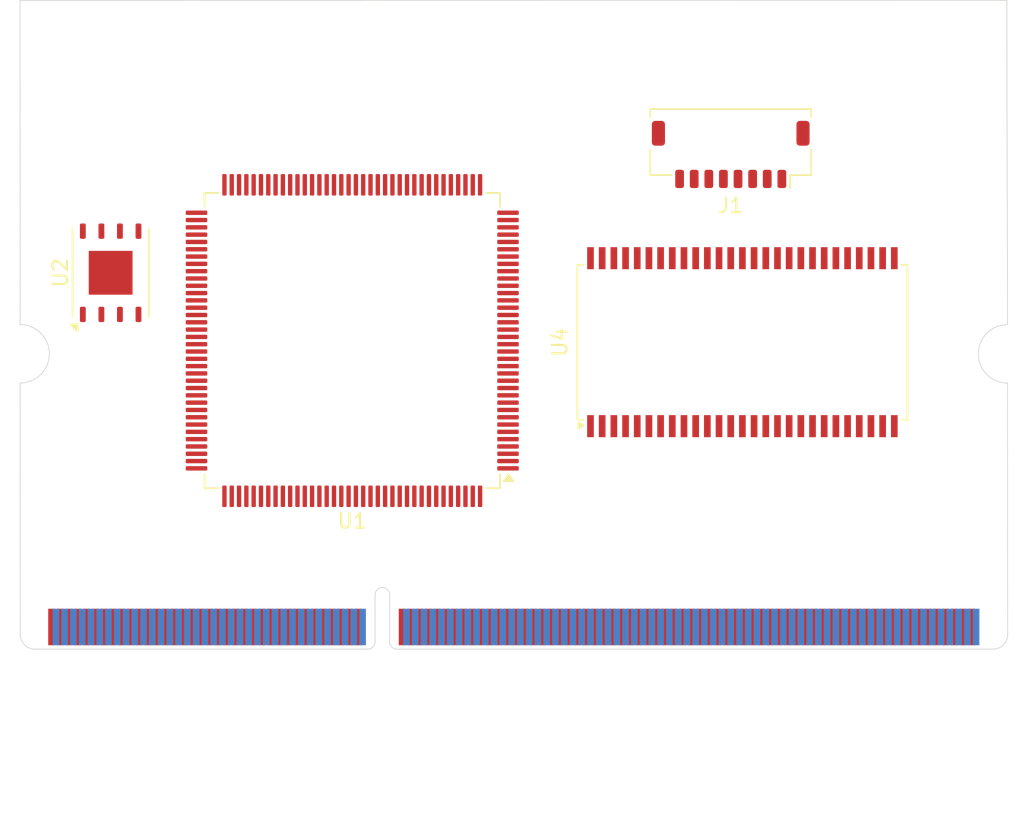
<source format=kicad_pcb>
(kicad_pcb (version 20240108) (generator "pcbnew") (generator_version "8.0")
  (layers (0 "F.Cu" signal) (31 "B.Cu" signal) (34 "B.Paste" user) (35 "F.Paste" user) (36 "B.SilkS" user "B.Silkscreen") (37 "F.SilkS" user "F.Silkscreen") (38 "B.Mask" user) (39 "F.Mask" user) (44 "Edge.Cuts" user))
  (net 0 "")
  (net 41 "/Spartan 6/DQ0")
  (net 105 "/Spartan 6/DQ1")
  (net 130 "/Spartan 6/A9")
  (net 131 "/Spartan 6/A6")
  (net 132 "Net-(U4-VDDQ-Pad3)")
  (net 133 "/Spartan 6/A1")
  (net 134 "/Spartan 6/A11")
  (net 135 "Net-(U4-VDD-Pad1)")
  (net 136 "/Spartan 6/DQ2")
  (net 137 "/Spartan 6/DQ4")
  (net 138 "/Spartan 6/A2")
  (net 139 "/Spartan 6/A7")
  (net 140 "/Spartan 6/DQ5")
  (net 141 "/Spartan 6/DQ6")
  (net 142 "/Spartan 6/DQ14")
  (net 143 "/Spartan 6/DQ11")
  (net 144 "/Spartan 6/~{CS}")
  (net 145 "Net-(U4-VSSQ-Pad12)")
  (net 147 "Net-(U4-VSS-Pad28)")
  (net 148 "/Spartan 6/DQ3")
  (net 149 "/Spartan 6/DQ15")
  (net 150 "/Spartan 6/A10")
  (net 151 "/Spartan 6/BS1")
  (net 152 "/Spartan 6/~{RAS}")
  (net 153 "/Spartan 6/DQ7")
  (net 154 "/Spartan 6/A0")
  (net 155 "/Spartan 6/DQ13")
  (net 156 "/Spartan 6/CKE")
  (net 157 "/Spartan 6/DQMU")
  (net 158 "/Spartan 6/A3")
  (net 159 "/Spartan 6/DQML")
  (net 161 "/Spartan 6/DQ8")
  (net 162 "/Spartan 6/~{CAS}")
  (net 163 "/Spartan 6/~{WE}")
  (net 164 "/Spartan 6/A8")
  (net 165 "/Spartan 6/CLK")
  (net 166 "/Spartan 6/A4")
  (net 167 "/Spartan 6/DQ10")
  (net 168 "/Spartan 6/A5")
  (net 169 "/Spartan 6/A12")
  (net 170 "/Spartan 6/BS0")
  (net 171 "/Spartan 6/DQ9")
  (net 172 "/Spartan 6/DQ12")
  (net 331 "GND")
  (net 332 "+5V")
  (footprint "Connector_JST:JST_SHL_SM08B-SHLS-TF_1x08-1MP_P1.00mm_Horizontal" (layer "F.Cu") (at 154.7 62.65 180)
    (property "Reference" "J1" (at 0 -3.5 180) (layer "F.SilkS"))
    (property "Value" "JST_SHL_SM08B")
    (fp_line (start 5.51 3.11) (end 5.51 2.56) (stroke (width 0.12)) (layer "F.SilkS"))
    (fp_line (start 5.51 0.34) (end 5.51 -1.41) (stroke (width 0.12)) (layer "F.SilkS"))
    (fp_line (start 5.51 -1.41) (end 4.06 -1.41) (stroke (width 0.12)) (layer "F.SilkS"))
    (fp_line (start -4.06 -1.41) (end -4.06 -2.3) (stroke (width 0.12)) (layer "F.SilkS"))
    (fp_line (start -5.51 3.11) (end 5.51 3.11) (stroke (width 0.12)) (layer "F.SilkS"))
    (fp_line (start -5.51 2.56) (end -5.51 3.11) (stroke (width 0.12)) (layer "F.SilkS"))
    (fp_line (start -5.51 0.34) (end -5.51 -1.41) (stroke (width 0.12)) (layer "F.SilkS"))
    (fp_line (start -5.51 -1.41) (end -4.06 -1.41) (stroke (width 0.12)) (layer "F.SilkS"))
    (pad "1" smd roundrect (at -3.5 -1.675 180) (size 0.6 1.25) (layers "F.Cu" "F.Paste" "F.Mask"))
    (pad "2" smd roundrect (at -2.5 -1.675 180) (size 0.6 1.25) (layers "F.Cu" "F.Paste" "F.Mask"))
    (pad "3" smd roundrect (at -1.5 -1.675 180) (size 0.6 1.25) (layers "F.Cu" "F.Paste" "F.Mask"))
    (pad "4" smd roundrect (at -0.5 -1.675 180) (size 0.6 1.25) (layers "F.Cu" "F.Paste" "F.Mask"))
    (pad "5" smd roundrect (at 0.5 -1.675 180) (size 0.6 1.25) (layers "F.Cu" "F.Paste" "F.Mask"))
    (pad "6" smd roundrect (at 1.5 -1.675 180) (size 0.6 1.25) (layers "F.Cu" "F.Paste" "F.Mask"))
    (pad "7" smd roundrect (at 2.5 -1.675 180) (size 0.6 1.25) (layers "F.Cu" "F.Paste" "F.Mask"))
    (pad "8" smd roundrect (at 3.5 -1.675 180) (size 0.6 1.25) (layers "F.Cu" "F.Paste" "F.Mask"))
    (pad "MP" smd roundrect (at -4.95 1.45 180) (size 0.9 1.7) (layers "F.Cu" "F.Paste" "F.Mask"))
    (pad "MP" smd roundrect (at 4.95 1.45 180) (size 0.9 1.7) (layers "F.Cu" "F.Paste" "F.Mask"))
  )
  (footprint "Package_QFP:LQFP-144_20x20mm_P0.5mm" (layer "F.Cu") (at 128.79 75.39 180)
    (property "Reference" "U1" (at 0 -12.35 180) (layer "F.SilkS"))
    (property "Value" "XC6SLX9-TQG144")
    (fp_line (start 10.11 10.11) (end 10.11 9.16) (stroke (width 0.12)) (layer "F.SilkS"))
    (fp_line (start 10.11 -10.11) (end 10.11 -9.16) (stroke (width 0.12)) (layer "F.SilkS"))
    (fp_line (start 9.16 10.11) (end 10.11 10.11) (stroke (width 0.12)) (layer "F.SilkS"))
    (fp_line (start 9.16 -10.11) (end 10.11 -10.11) (stroke (width 0.12)) (layer "F.SilkS"))
    (fp_line (start -9.16 10.11) (end -10.11 10.11) (stroke (width 0.12)) (layer "F.SilkS"))
    (fp_line (start -9.16 -10.11) (end -10.11 -10.11) (stroke (width 0.12)) (layer "F.SilkS"))
    (fp_line (start -10.11 10.11) (end -10.11 9.16) (stroke (width 0.12)) (layer "F.SilkS"))
    (fp_line (start -10.11 -10.11) (end -10.11 -9.16) (stroke (width 0.12)) (layer "F.SilkS"))
    (fp_poly (pts (xy -10.7 -9.16) (xy -11.04 -9.63) (xy -10.36 -9.63) (xy -10.7 -9.16)) (stroke (width 0.12)) (fill solid) (layer "F.SilkS"))
    (pad "1" smd roundrect (at -10.6625 -8.75 180) (size 1.475 0.3) (layers "F.Cu" "F.Paste" "F.Mask") (net 144 "/Spartan 6/~{CS}"))
    (pad "2" smd roundrect (at -10.6625 -8.25 180) (size 1.475 0.3) (layers "F.Cu" "F.Paste" "F.Mask") (net 152 "/Spartan 6/~{RAS}"))
    (pad "3" smd roundrect (at -10.6625 -7.75 180) (size 1.475 0.3) (layers "F.Cu" "F.Paste" "F.Mask"))
    (pad "4" smd roundrect (at -10.6625 -7.25 180) (size 1.475 0.3) (layers "F.Cu" "F.Paste" "F.Mask"))
    (pad "5" smd roundrect (at -10.6625 -6.75 180) (size 1.475 0.3) (layers "F.Cu" "F.Paste" "F.Mask") (net 162 "/Spartan 6/~{CAS}"))
    (pad "6" smd roundrect (at -10.6625 -6.25 180) (size 1.475 0.3) (layers "F.Cu" "F.Paste" "F.Mask") (net 163 "/Spartan 6/~{WE}"))
    (pad "7" smd roundrect (at -10.6625 -5.75 180) (size 1.475 0.3) (layers "F.Cu" "F.Paste" "F.Mask") (net 159 "/Spartan 6/DQML"))
    (pad "8" smd roundrect (at -10.6625 -5.25 180) (size 1.475 0.3) (layers "F.Cu" "F.Paste" "F.Mask") (net 153 "/Spartan 6/DQ7"))
    (pad "9" smd roundrect (at -10.6625 -4.75 180) (size 1.475 0.3) (layers "F.Cu" "F.Paste" "F.Mask") (net 41 "/Spartan 6/DQ0"))
    (pad "10" smd roundrect (at -10.6625 -4.25 180) (size 1.475 0.3) (layers "F.Cu" "F.Paste" "F.Mask") (net 105 "/Spartan 6/DQ1"))
    (pad "11" smd roundrect (at -10.6625 -3.75 180) (size 1.475 0.3) (layers "F.Cu" "F.Paste" "F.Mask") (net 136 "/Spartan 6/DQ2"))
    (pad "12" smd roundrect (at -10.6625 -3.25 180) (size 1.475 0.3) (layers "F.Cu" "F.Paste" "F.Mask") (net 148 "/Spartan 6/DQ3"))
    (pad "13" smd roundrect (at -10.6625 -2.75 180) (size 1.475 0.3) (layers "F.Cu" "F.Paste" "F.Mask"))
    (pad "14" smd roundrect (at -10.6625 -2.25 180) (size 1.475 0.3) (layers "F.Cu" "F.Paste" "F.Mask") (net 137 "/Spartan 6/DQ4"))
    (pad "15" smd roundrect (at -10.6625 -1.75 180) (size 1.475 0.3) (layers "F.Cu" "F.Paste" "F.Mask") (net 140 "/Spartan 6/DQ5"))
    (pad "16" smd roundrect (at -10.6625 -1.25 180) (size 1.475 0.3) (layers "F.Cu" "F.Paste" "F.Mask") (net 141 "/Spartan 6/DQ6"))
    (pad "17" smd roundrect (at -10.6625 -0.75 180) (size 1.475 0.3) (layers "F.Cu" "F.Paste" "F.Mask") (net 157 "/Spartan 6/DQMU"))
    (pad "18" smd roundrect (at -10.6625 -0.25 180) (size 1.475 0.3) (layers "F.Cu" "F.Paste" "F.Mask"))
    (pad "19" smd roundrect (at -10.6625 0.25 180) (size 1.475 0.3) (layers "F.Cu" "F.Paste" "F.Mask"))
    (pad "20" smd roundrect (at -10.6625 0.75 180) (size 1.475 0.3) (layers "F.Cu" "F.Paste" "F.Mask"))
    (pad "21" smd roundrect (at -10.6625 1.25 180) (size 1.475 0.3) (layers "F.Cu" "F.Paste" "F.Mask") (net 161 "/Spartan 6/DQ8"))
    (pad "22" smd roundrect (at -10.6625 1.75 180) (size 1.475 0.3) (layers "F.Cu" "F.Paste" "F.Mask") (net 171 "/Spartan 6/DQ9"))
    (pad "23" smd roundrect (at -10.6625 2.25 180) (size 1.475 0.3) (layers "F.Cu" "F.Paste" "F.Mask") (net 167 "/Spartan 6/DQ10"))
    (pad "24" smd roundrect (at -10.6625 2.75 180) (size 1.475 0.3) (layers "F.Cu" "F.Paste" "F.Mask") (net 143 "/Spartan 6/DQ11"))
    (pad "25" smd roundrect (at -10.6625 3.25 180) (size 1.475 0.3) (layers "F.Cu" "F.Paste" "F.Mask"))
    (pad "26" smd roundrect (at -10.6625 3.75 180) (size 1.475 0.3) (layers "F.Cu" "F.Paste" "F.Mask") (net 172 "/Spartan 6/DQ12"))
    (pad "27" smd roundrect (at -10.6625 4.25 180) (size 1.475 0.3) (layers "F.Cu" "F.Paste" "F.Mask") (net 155 "/Spartan 6/DQ13"))
    (pad "28" smd roundrect (at -10.6625 4.75 180) (size 1.475 0.3) (layers "F.Cu" "F.Paste" "F.Mask"))
    (pad "29" smd roundrect (at -10.6625 5.25 180) (size 1.475 0.3) (layers "F.Cu" "F.Paste" "F.Mask") (net 142 "/Spartan 6/DQ14"))
    (pad "30" smd roundrect (at -10.6625 5.75 180) (size 1.475 0.3) (layers "F.Cu" "F.Paste" "F.Mask") (net 149 "/Spartan 6/DQ15"))
    (pad "31" smd roundrect (at -10.6625 6.25 180) (size 1.475 0.3) (layers "F.Cu" "F.Paste" "F.Mask"))
    (pad "32" smd roundrect (at -10.6625 6.75 180) (size 1.475 0.3) (layers "F.Cu" "F.Paste" "F.Mask") (net 165 "/Spartan 6/CLK"))
    (pad "33" smd roundrect (at -10.6625 7.25 180) (size 1.475 0.3) (layers "F.Cu" "F.Paste" "F.Mask") (net 156 "/Spartan 6/CKE"))
    (pad "34" smd roundrect (at -10.6625 7.75 180) (size 1.475 0.3) (layers "F.Cu" "F.Paste" "F.Mask") (net 169 "/Spartan 6/A12"))
    (pad "35" smd roundrect (at -10.6625 8.25 180) (size 1.475 0.3) (layers "F.Cu" "F.Paste" "F.Mask") (net 134 "/Spartan 6/A11"))
    (pad "36" smd roundrect (at -10.6625 8.75 180) (size 1.475 0.3) (layers "F.Cu" "F.Paste" "F.Mask"))
    (pad "37" smd roundrect (at -8.75 10.6625 180) (size 0.3 1.475) (layers "F.Cu" "F.Paste" "F.Mask"))
    (pad "38" smd roundrect (at -8.25 10.6625 180) (size 0.3 1.475) (layers "F.Cu" "F.Paste" "F.Mask"))
    (pad "39" smd roundrect (at -7.75 10.6625 180) (size 0.3 1.475) (layers "F.Cu" "F.Paste" "F.Mask"))
    (pad "40" smd roundrect (at -7.25 10.6625 180) (size 0.3 1.475) (layers "F.Cu" "F.Paste" "F.Mask"))
    (pad "41" smd roundrect (at -6.75 10.6625 180) (size 0.3 1.475) (layers "F.Cu" "F.Paste" "F.Mask"))
    (pad "42" smd roundrect (at -6.25 10.6625 180) (size 0.3 1.475) (layers "F.Cu" "F.Paste" "F.Mask"))
    (pad "43" smd roundrect (at -5.75 10.6625 180) (size 0.3 1.475) (layers "F.Cu" "F.Paste" "F.Mask"))
    (pad "44" smd roundrect (at -5.25 10.6625 180) (size 0.3 1.475) (layers "F.Cu" "F.Paste" "F.Mask"))
    (pad "45" smd roundrect (at -4.75 10.6625 180) (size 0.3 1.475) (layers "F.Cu" "F.Paste" "F.Mask"))
    (pad "46" smd roundrect (at -4.25 10.6625 180) (size 0.3 1.475) (layers "F.Cu" "F.Paste" "F.Mask"))
    (pad "47" smd roundrect (at -3.75 10.6625 180) (size 0.3 1.475) (layers "F.Cu" "F.Paste" "F.Mask"))
    (pad "48" smd roundrect (at -3.25 10.6625 180) (size 0.3 1.475) (layers "F.Cu" "F.Paste" "F.Mask"))
    (pad "49" smd roundrect (at -2.75 10.6625 180) (size 0.3 1.475) (layers "F.Cu" "F.Paste" "F.Mask"))
    (pad "50" smd roundrect (at -2.25 10.6625 180) (size 0.3 1.475) (layers "F.Cu" "F.Paste" "F.Mask"))
    (pad "51" smd roundrect (at -1.75 10.6625 180) (size 0.3 1.475) (layers "F.Cu" "F.Paste" "F.Mask"))
    (pad "52" smd roundrect (at -1.25 10.6625 180) (size 0.3 1.475) (layers "F.Cu" "F.Paste" "F.Mask"))
    (pad "53" smd roundrect (at -0.75 10.6625 180) (size 0.3 1.475) (layers "F.Cu" "F.Paste" "F.Mask"))
    (pad "54" smd roundrect (at -0.25 10.6625 180) (size 0.3 1.475) (layers "F.Cu" "F.Paste" "F.Mask"))
    (pad "55" smd roundrect (at 0.25 10.6625 180) (size 0.3 1.475) (layers "F.Cu" "F.Paste" "F.Mask"))
    (pad "56" smd roundrect (at 0.75 10.6625 180) (size 0.3 1.475) (layers "F.Cu" "F.Paste" "F.Mask"))
    (pad "57" smd roundrect (at 1.25 10.6625 180) (size 0.3 1.475) (layers "F.Cu" "F.Paste" "F.Mask"))
    (pad "58" smd roundrect (at 1.75 10.6625 180) (size 0.3 1.475) (layers "F.Cu" "F.Paste" "F.Mask"))
    (pad "59" smd roundrect (at 2.25 10.6625 180) (size 0.3 1.475) (layers "F.Cu" "F.Paste" "F.Mask"))
    (pad "60" smd roundrect (at 2.75 10.6625 180) (size 0.3 1.475) (layers "F.Cu" "F.Paste" "F.Mask"))
    (pad "61" smd roundrect (at 3.25 10.6625 180) (size 0.3 1.475) (layers "F.Cu" "F.Paste" "F.Mask"))
    (pad "62" smd roundrect (at 3.75 10.6625 180) (size 0.3 1.475) (layers "F.Cu" "F.Paste" "F.Mask"))
    (pad "63" smd roundrect (at 4.25 10.6625 180) (size 0.3 1.475) (layers "F.Cu" "F.Paste" "F.Mask"))
    (pad "64" smd roundrect (at 4.75 10.6625 180) (size 0.3 1.475) (layers "F.Cu" "F.Paste" "F.Mask"))
    (pad "65" smd roundrect (at 5.25 10.6625 180) (size 0.3 1.475) (layers "F.Cu" "F.Paste" "F.Mask"))
    (pad "66" smd roundrect (at 5.75 10.6625 180) (size 0.3 1.475) (layers "F.Cu" "F.Paste" "F.Mask"))
    (pad "67" smd roundrect (at 6.25 10.6625 180) (size 0.3 1.475) (layers "F.Cu" "F.Paste" "F.Mask"))
    (pad "68" smd roundrect (at 6.75 10.6625 180) (size 0.3 1.475) (layers "F.Cu" "F.Paste" "F.Mask"))
    (pad "69" smd roundrect (at 7.25 10.6625 180) (size 0.3 1.475) (layers "F.Cu" "F.Paste" "F.Mask"))
    (pad "70" smd roundrect (at 7.75 10.6625 180) (size 0.3 1.475) (layers "F.Cu" "F.Paste" "F.Mask"))
    (pad "71" smd roundrect (at 8.25 10.6625 180) (size 0.3 1.475) (layers "F.Cu" "F.Paste" "F.Mask"))
    (pad "72" smd roundrect (at 8.75 10.6625 180) (size 0.3 1.475) (layers "F.Cu" "F.Paste" "F.Mask"))
    (pad "73" smd roundrect (at 10.6625 8.75 180) (size 1.475 0.3) (layers "F.Cu" "F.Paste" "F.Mask"))
    (pad "74" smd roundrect (at 10.6625 8.25 180) (size 1.475 0.3) (layers "F.Cu" "F.Paste" "F.Mask"))
    (pad "75" smd roundrect (at 10.6625 7.75 180) (size 1.475 0.3) (layers "F.Cu" "F.Paste" "F.Mask"))
    (pad "76" smd roundrect (at 10.6625 7.25 180) (size 1.475 0.3) (layers "F.Cu" "F.Paste" "F.Mask"))
    (pad "77" smd roundrect (at 10.6625 6.75 180) (size 1.475 0.3) (layers "F.Cu" "F.Paste" "F.Mask"))
    (pad "78" smd roundrect (at 10.6625 6.25 180) (size 1.475 0.3) (layers "F.Cu" "F.Paste" "F.Mask"))
    (pad "79" smd roundrect (at 10.6625 5.75 180) (size 1.475 0.3) (layers "F.Cu" "F.Paste" "F.Mask"))
    (pad "80" smd roundrect (at 10.6625 5.25 180) (size 1.475 0.3) (layers "F.Cu" "F.Paste" "F.Mask"))
    (pad "81" smd roundrect (at 10.6625 4.75 180) (size 1.475 0.3) (layers "F.Cu" "F.Paste" "F.Mask"))
    (pad "82" smd roundrect (at 10.6625 4.25 180) (size 1.475 0.3) (layers "F.Cu" "F.Paste" "F.Mask"))
    (pad "83" smd roundrect (at 10.6625 3.75 180) (size 1.475 0.3) (layers "F.Cu" "F.Paste" "F.Mask"))
    (pad "84" smd roundrect (at 10.6625 3.25 180) (size 1.475 0.3) (layers "F.Cu" "F.Paste" "F.Mask"))
    (pad "85" smd roundrect (at 10.6625 2.75 180) (size 1.475 0.3) (layers "F.Cu" "F.Paste" "F.Mask"))
    (pad "86" smd roundrect (at 10.6625 2.25 180) (size 1.475 0.3) (layers "F.Cu" "F.Paste" "F.Mask"))
    (pad "87" smd roundrect (at 10.6625 1.75 180) (size 1.475 0.3) (layers "F.Cu" "F.Paste" "F.Mask"))
    (pad "88" smd roundrect (at 10.6625 1.25 180) (size 1.475 0.3) (layers "F.Cu" "F.Paste" "F.Mask"))
    (pad "89" smd roundrect (at 10.6625 0.75 180) (size 1.475 0.3) (layers "F.Cu" "F.Paste" "F.Mask"))
    (pad "90" smd roundrect (at 10.6625 0.25 180) (size 1.475 0.3) (layers "F.Cu" "F.Paste" "F.Mask"))
    (pad "91" smd roundrect (at 10.6625 -0.25 180) (size 1.475 0.3) (layers "F.Cu" "F.Paste" "F.Mask"))
    (pad "92" smd roundrect (at 10.6625 -0.75 180) (size 1.475 0.3) (layers "F.Cu" "F.Paste" "F.Mask"))
    (pad "93" smd roundrect (at 10.6625 -1.25 180) (size 1.475 0.3) (layers "F.Cu" "F.Paste" "F.Mask"))
    (pad "94" smd roundrect (at 10.6625 -1.75 180) (size 1.475 0.3) (layers "F.Cu" "F.Paste" "F.Mask"))
    (pad "95" smd roundrect (at 10.6625 -2.25 180) (size 1.475 0.3) (layers "F.Cu" "F.Paste" "F.Mask"))
    (pad "96" smd roundrect (at 10.6625 -2.75 180) (size 1.475 0.3) (layers "F.Cu" "F.Paste" "F.Mask"))
    (pad "97" smd roundrect (at 10.6625 -3.25 180) (size 1.475 0.3) (layers "F.Cu" "F.Paste" "F.Mask"))
    (pad "98" smd roundrect (at 10.6625 -3.75 180) (size 1.475 0.3) (layers "F.Cu" "F.Paste" "F.Mask"))
    (pad "99" smd roundrect (at 10.6625 -4.25 180) (size 1.475 0.3) (layers "F.Cu" "F.Paste" "F.Mask"))
    (pad "100" smd roundrect (at 10.6625 -4.75 180) (size 1.475 0.3) (layers "F.Cu" "F.Paste" "F.Mask"))
    (pad "101" smd roundrect (at 10.6625 -5.25 180) (size 1.475 0.3) (layers "F.Cu" "F.Paste" "F.Mask"))
    (pad "102" smd roundrect (at 10.6625 -5.75 180) (size 1.475 0.3) (layers "F.Cu" "F.Paste" "F.Mask"))
    (pad "103" smd roundrect (at 10.6625 -6.25 180) (size 1.475 0.3) (layers "F.Cu" "F.Paste" "F.Mask"))
    (pad "104" smd roundrect (at 10.6625 -6.75 180) (size 1.475 0.3) (layers "F.Cu" "F.Paste" "F.Mask"))
    (pad "105" smd roundrect (at 10.6625 -7.25 180) (size 1.475 0.3) (layers "F.Cu" "F.Paste" "F.Mask"))
    (pad "106" smd roundrect (at 10.6625 -7.75 180) (size 1.475 0.3) (layers "F.Cu" "F.Paste" "F.Mask"))
    (pad "107" smd roundrect (at 10.6625 -8.25 180) (size 1.475 0.3) (layers "F.Cu" "F.Paste" "F.Mask"))
    (pad "108" smd roundrect (at 10.6625 -8.75 180) (size 1.475 0.3) (layers "F.Cu" "F.Paste" "F.Mask"))
    (pad "109" smd roundrect (at 8.75 -10.6625 180) (size 0.3 1.475) (layers "F.Cu" "F.Paste" "F.Mask"))
    (pad "110" smd roundrect (at 8.25 -10.6625 180) (size 0.3 1.475) (layers "F.Cu" "F.Paste" "F.Mask"))
    (pad "111" smd roundrect (at 7.75 -10.6625 180) (size 0.3 1.475) (layers "F.Cu" "F.Paste" "F.Mask"))
    (pad "112" smd roundrect (at 7.25 -10.6625 180) (size 0.3 1.475) (layers "F.Cu" "F.Paste" "F.Mask"))
    (pad "113" smd roundrect (at 6.75 -10.6625 180) (size 0.3 1.475) (layers "F.Cu" "F.Paste" "F.Mask"))
    (pad "114" smd roundrect (at 6.25 -10.6625 180) (size 0.3 1.475) (layers "F.Cu" "F.Paste" "F.Mask"))
    (pad "115" smd roundrect (at 5.75 -10.6625 180) (size 0.3 1.475) (layers "F.Cu" "F.Paste" "F.Mask"))
    (pad "116" smd roundrect (at 5.25 -10.6625 180) (size 0.3 1.475) (layers "F.Cu" "F.Paste" "F.Mask"))
    (pad "117" smd roundrect (at 4.75 -10.6625 180) (size 0.3 1.475) (layers "F.Cu" "F.Paste" "F.Mask"))
    (pad "118" smd roundrect (at 4.25 -10.6625 180) (size 0.3 1.475) (layers "F.Cu" "F.Paste" "F.Mask"))
    (pad "119" smd roundrect (at 3.75 -10.6625 180) (size 0.3 1.475) (layers "F.Cu" "F.Paste" "F.Mask"))
    (pad "120" smd roundrect (at 3.25 -10.6625 180) (size 0.3 1.475) (layers "F.Cu" "F.Paste" "F.Mask"))
    (pad "121" smd roundrect (at 2.75 -10.6625 180) (size 0.3 1.475) (layers "F.Cu" "F.Paste" "F.Mask"))
    (pad "122" smd roundrect (at 2.25 -10.6625 180) (size 0.3 1.475) (layers "F.Cu" "F.Paste" "F.Mask"))
    (pad "123" smd roundrect (at 1.75 -10.6625 180) (size 0.3 1.475) (layers "F.Cu" "F.Paste" "F.Mask"))
    (pad "124" smd roundrect (at 1.25 -10.6625 180) (size 0.3 1.475) (layers "F.Cu" "F.Paste" "F.Mask"))
    (pad "125" smd roundrect (at 0.75 -10.6625 180) (size 0.3 1.475) (layers "F.Cu" "F.Paste" "F.Mask"))
    (pad "126" smd roundrect (at 0.25 -10.6625 180) (size 0.3 1.475) (layers "F.Cu" "F.Paste" "F.Mask"))
    (pad "127" smd roundrect (at -0.25 -10.6625 180) (size 0.3 1.475) (layers "F.Cu" "F.Paste" "F.Mask"))
    (pad "128" smd roundrect (at -0.75 -10.6625 180) (size 0.3 1.475) (layers "F.Cu" "F.Paste" "F.Mask"))
    (pad "129" smd roundrect (at -1.25 -10.6625 180) (size 0.3 1.475) (layers "F.Cu" "F.Paste" "F.Mask"))
    (pad "130" smd roundrect (at -1.75 -10.6625 180) (size 0.3 1.475) (layers "F.Cu" "F.Paste" "F.Mask"))
    (pad "131" smd roundrect (at -2.25 -10.6625 180) (size 0.3 1.475) (layers "F.Cu" "F.Paste" "F.Mask"))
    (pad "132" smd roundrect (at -2.75 -10.6625 180) (size 0.3 1.475) (layers "F.Cu" "F.Paste" "F.Mask"))
    (pad "133" smd roundrect (at -3.25 -10.6625 180) (size 0.3 1.475) (layers "F.Cu" "F.Paste" "F.Mask"))
    (pad "134" smd roundrect (at -3.75 -10.6625 180) (size 0.3 1.475) (layers "F.Cu" "F.Paste" "F.Mask"))
    (pad "135" smd roundrect (at -4.25 -10.6625 180) (size 0.3 1.475) (layers "F.Cu" "F.Paste" "F.Mask"))
    (pad "136" smd roundrect (at -4.75 -10.6625 180) (size 0.3 1.475) (layers "F.Cu" "F.Paste" "F.Mask"))
    (pad "137" smd roundrect (at -5.25 -10.6625 180) (size 0.3 1.475) (layers "F.Cu" "F.Paste" "F.Mask"))
    (pad "138" smd roundrect (at -5.75 -10.6625 180) (size 0.3 1.475) (layers "F.Cu" "F.Paste" "F.Mask"))
    (pad "139" smd roundrect (at -6.25 -10.6625 180) (size 0.3 1.475) (layers "F.Cu" "F.Paste" "F.Mask"))
    (pad "140" smd roundrect (at -6.75 -10.6625 180) (size 0.3 1.475) (layers "F.Cu" "F.Paste" "F.Mask"))
    (pad "141" smd roundrect (at -7.25 -10.6625 180) (size 0.3 1.475) (layers "F.Cu" "F.Paste" "F.Mask"))
    (pad "142" smd roundrect (at -7.75 -10.6625 180) (size 0.3 1.475) (layers "F.Cu" "F.Paste" "F.Mask"))
    (pad "143" smd roundrect (at -8.25 -10.6625 180) (size 0.3 1.475) (layers "F.Cu" "F.Paste" "F.Mask"))
    (pad "144" smd roundrect (at -8.75 -10.6625 180) (size 0.3 1.475) (layers "F.Cu" "F.Paste" "F.Mask"))
  )
  (footprint "TART_Library:SODIMM_DDR3_EDGE" (layer "F.Cu") (at 108.16224 96.315855)
    (property "Reference" "U3" (hide yes))
    (property "Value" "TART Correlator SODIMM" (hide yes))
    (fp_line (start -2.11224 -18.015855) (end -2.100671 -0.799328) (stroke (width 0.05)) (layer "Edge.Cuts"))
    (fp_line (start -1.100672 0.2) (end 21.68776 0.2) (stroke (width 0.05)) (layer "Edge.Cuts"))
    (fp_line (start 22.18776 -3.515855) (end 22.18776 -0.3) (stroke (width 0.05)) (layer "Edge.Cuts"))
    (fp_line (start 23.18776 -3.515855) (end 23.18776 -0.3) (stroke (width 0.05)) (layer "Edge.Cuts"))
    (fp_line (start 23.68776 0.2) (end 64.499328 0.2) (stroke (width 0.05)) (layer "Edge.Cuts"))
    (fp_line (start 65.48776 -18.015855) (end 65.499328 -0.800672) (stroke (width 0.05)) (layer "Edge.Cuts"))
    (fp_arc (start -2.11 -22.02) (mid -0.11 -20.02) (end -2.11 -18.02) (stroke (width 0.05)) (layer "Edge.Cuts"))
    (fp_arc (start -1.100672 0.2) (mid -1.807541 -0.092656) (end -2.100671 -0.799328) (stroke (width 0.05)) (layer "Edge.Cuts"))
    (fp_arc (start 22.18776 -3.515855) (mid 22.68776 -4.015855) (end 23.18776 -3.515855) (stroke (width 0.05)) (layer "Edge.Cuts"))
    (fp_arc (start 22.18776 -0.3) (mid 22.041311 0.053539) (end 21.68776 0.2) (stroke (width 0.05)) (layer "Edge.Cuts"))
    (fp_arc (start 23.68776 0.2) (mid 23.334232 0.053539) (end 23.18776 -0.3) (stroke (width 0.05)) (layer "Edge.Cuts"))
    (fp_arc (start 65.48776 -18.015855) (mid 63.487765 -20.01585) (end 65.48776 -22.015845) (stroke (width 0.05)) (layer "Edge.Cuts"))
    (fp_arc (start 65.499328 -0.800672) (mid 65.206674 -0.093121) (end 64.499328 0.2) (stroke (width 0.05)) (layer "Edge.Cuts"))
    (pad "" np_thru_hole circle (at -0.11224 -6.015855) (size 1.8 1.8) (drill 1.8) (layers "*.Cu" "*.Mask"))
    (pad "" np_thru_hole circle (at 63.48776 -6.015855) (size 1.8 1.8) (drill 1.8) (layers "*.Cu" "*.Mask"))
    (pad "1" smd rect (at 0.03776 -1.315855) (size 0.45 2.5) (layers "F.Cu" "F.Mask"))
    (pad "2" smd rect (at 0.33776 -1.315855) (size 0.45 2.5) (layers "B.Cu" "B.Mask") (net 331 "GND"))
    (pad "3" smd rect (at 0.63776 -1.315855) (size 0.45 2.5) (layers "F.Cu" "F.Mask") (net 331 "GND"))
    (pad "4" smd rect (at 0.93776 -1.315855) (size 0.45 2.5) (layers "B.Cu" "B.Mask") (net 332 "+5V"))
    (pad "5" smd rect (at 1.23776 -1.315855) (size 0.45 2.5) (layers "F.Cu" "F.Mask") (net 332 "+5V"))
    (pad "6" smd rect (at 1.53776 -1.315855) (size 0.45 2.5) (layers "B.Cu" "B.Mask") (net 332 "+5V"))
    (pad "7" smd rect (at 1.83776 -1.315855) (size 0.45 2.5) (layers "F.Cu" "F.Mask") (net 332 "+5V"))
    (pad "8" smd rect (at 2.13776 -1.315855) (size 0.45 2.5) (layers "B.Cu" "B.Mask") (net 331 "GND"))
    (pad "9" smd rect (at 2.43776 -1.315855) (size 0.45 2.5) (layers "F.Cu" "F.Mask") (net 331 "GND"))
    (pad "10" smd rect (at 2.73776 -1.315855) (size 0.45 2.5) (layers "B.Cu" "B.Mask"))
    (pad "11" smd rect (at 3.03776 -1.315855) (size 0.45 2.5) (layers "F.Cu" "F.Mask"))
    (pad "12" smd rect (at 3.33776 -1.315855) (size 0.45 2.5) (layers "B.Cu" "B.Mask"))
    (pad "13" smd rect (at 3.63776 -1.315855) (size 0.45 2.5) (layers "F.Cu" "F.Mask") (net 331 "GND"))
    (pad "14" smd rect (at 3.93776 -1.315855) (size 0.45 2.5) (layers "B.Cu" "B.Mask") (net 331 "GND"))
    (pad "15" smd rect (at 4.23776 -1.315855) (size 0.45 2.5) (layers "F.Cu" "F.Mask"))
    (pad "16" smd rect (at 4.53776 -1.315855) (size 0.45 2.5) (layers "B.Cu" "B.Mask"))
    (pad "17" smd rect (at 4.83776 -1.315855) (size 0.45 2.5) (layers "F.Cu" "F.Mask"))
    (pad "18" smd rect (at 5.13776 -1.315855) (size 0.45 2.5) (layers "B.Cu" "B.Mask"))
    (pad "19" smd rect (at 5.43776 -1.315855) (size 0.45 2.5) (layers "F.Cu" "F.Mask") (net 331 "GND"))
    (pad "20" smd rect (at 5.73776 -1.315855) (size 0.45 2.5) (layers "B.Cu" "B.Mask") (net 331 "GND"))
    (pad "21" smd rect (at 6.03776 -1.315855) (size 0.45 2.5) (layers "F.Cu" "F.Mask"))
    (pad "22" smd rect (at 6.33776 -1.315855) (size 0.45 2.5) (layers "B.Cu" "B.Mask"))
    (pad "23" smd rect (at 6.63776 -1.315855) (size 0.45 2.5) (layers "F.Cu" "F.Mask"))
    (pad "24" smd rect (at 6.93776 -1.315855) (size 0.45 2.5) (layers "B.Cu" "B.Mask"))
    (pad "25" smd rect (at 7.23776 -1.315855) (size 0.45 2.5) (layers "F.Cu" "F.Mask") (net 331 "GND"))
    (pad "26" smd rect (at 7.53776 -1.315855) (size 0.45 2.5) (layers "B.Cu" "B.Mask") (net 331 "GND"))
    (pad "27" smd rect (at 7.83776 -1.315855) (size 0.45 2.5) (layers "F.Cu" "F.Mask"))
    (pad "28" smd rect (at 8.13776 -1.315855) (size 0.45 2.5) (layers "B.Cu" "B.Mask"))
    (pad "29" smd rect (at 8.43776 -1.315855) (size 0.45 2.5) (layers "F.Cu" "F.Mask"))
    (pad "30" smd rect (at 8.73776 -1.315855) (size 0.45 2.5) (layers "B.Cu" "B.Mask"))
    (pad "31" smd rect (at 9.03776 -1.315855) (size 0.45 2.5) (layers "F.Cu" "F.Mask") (net 331 "GND"))
    (pad "32" smd rect (at 9.33776 -1.315855) (size 0.45 2.5) (layers "B.Cu" "B.Mask") (net 331 "GND"))
    (pad "33" smd rect (at 9.63776 -1.315855) (size 0.45 2.5) (layers "F.Cu" "F.Mask"))
    (pad "34" smd rect (at 9.93776 -1.315855) (size 0.45 2.5) (layers "B.Cu" "B.Mask"))
    (pad "35" smd rect (at 10.23776 -1.315855) (size 0.45 2.5) (layers "F.Cu" "F.Mask"))
    (pad "36" smd rect (at 10.53776 -1.315855) (size 0.45 2.5) (layers "B.Cu" "B.Mask"))
    (pad "37" smd rect (at 10.83776 -1.315855) (size 0.45 2.5) (layers "F.Cu" "F.Mask") (net 331 "GND"))
    (pad "38" smd rect (at 11.13776 -1.315855) (size 0.45 2.5) (layers "B.Cu" "B.Mask") (net 331 "GND"))
    (pad "39" smd rect (at 11.43776 -1.315855) (size 0.45 2.5) (layers "F.Cu" "F.Mask"))
    (pad "40" smd rect (at 11.73776 -1.315855) (size 0.45 2.5) (layers "B.Cu" "B.Mask"))
    (pad "41" smd rect (at 12.03776 -1.315855) (size 0.45 2.5) (layers "F.Cu" "F.Mask"))
    (pad "42" smd rect (at 12.33776 -1.315855) (size 0.45 2.5) (layers "B.Cu" "B.Mask"))
    (pad "43" smd rect (at 12.63776 -1.315855) (size 0.45 2.5) (layers "F.Cu" "F.Mask") (net 331 "GND"))
    (pad "44" smd rect (at 12.93776 -1.315855) (size 0.45 2.5) (layers "B.Cu" "B.Mask"))
    (pad "45" smd rect (at 13.23776 -1.315855) (size 0.45 2.5) (layers "F.Cu" "F.Mask"))
    (pad "46" smd rect (at 13.53776 -1.315855) (size 0.45 2.5) (layers "B.Cu" "B.Mask"))
    (pad "47" smd rect (at 13.83776 -1.315855) (size 0.45 2.5) (layers "F.Cu" "F.Mask"))
    (pad "48" smd rect (at 14.13776 -1.315855) (size 0.45 2.5) (layers "B.Cu" "B.Mask") (net 331 "GND"))
    (pad "49" smd rect (at 14.43776 -1.315855) (size 0.45 2.5) (layers "F.Cu" "F.Mask") (net 331 "GND"))
    (pad "50" smd rect (at 14.73776 -1.315855) (size 0.45 2.5) (layers "B.Cu" "B.Mask"))
    (pad "51" smd rect (at 15.03776 -1.315855) (size 0.45 2.5) (layers "F.Cu" "F.Mask"))
    (pad "52" smd rect (at 15.33776 -1.315855) (size 0.45 2.5) (layers "B.Cu" "B.Mask"))
    (pad "53" smd rect (at 15.63776 -1.315855) (size 0.45 2.5) (layers "F.Cu" "F.Mask"))
    (pad "54" smd rect (at 15.93776 -1.315855) (size 0.45 2.5) (layers "B.Cu" "B.Mask") (net 331 "GND"))
    (pad "55" smd rect (at 16.23776 -1.315855) (size 0.45 2.5) (layers "F.Cu" "F.Mask") (net 331 "GND"))
    (pad "56" smd rect (at 16.53776 -1.315855) (size 0.45 2.5) (layers "B.Cu" "B.Mask"))
    (pad "57" smd rect (at 16.83776 -1.315855) (size 0.45 2.5) (layers "F.Cu" "F.Mask"))
    (pad "58" smd rect (at 17.13776 -1.315855) (size 0.45 2.5) (layers "B.Cu" "B.Mask"))
    (pad "59" smd rect (at 17.43776 -1.315855) (size 0.45 2.5) (layers "F.Cu" "F.Mask"))
    (pad "60" smd rect (at 17.73776 -1.315855) (size 0.45 2.5) (layers "B.Cu" "B.Mask") (net 331 "GND"))
    (pad "61" smd rect (at 18.03776 -1.315855) (size 0.45 2.5) (layers "F.Cu" "F.Mask") (net 331 "GND"))
    (pad "62" smd rect (at 18.33776 -1.315855) (size 0.45 2.5) (layers "B.Cu" "B.Mask"))
    (pad "63" smd rect (at 18.63776 -1.315855) (size 0.45 2.5) (layers "F.Cu" "F.Mask"))
    (pad "64" smd rect (at 18.93776 -1.315855) (size 0.45 2.5) (layers "B.Cu" "B.Mask"))
    (pad "65" smd rect (at 19.23776 -1.315855) (size 0.45 2.5) (layers "F.Cu" "F.Mask"))
    (pad "66" smd rect (at 19.53776 -1.315855) (size 0.45 2.5) (layers "B.Cu" "B.Mask") (net 331 "GND"))
    (pad "67" smd rect (at 19.83776 -1.315855) (size 0.45 2.5) (layers "F.Cu" "F.Mask"))
    (pad "68" smd rect (at 20.13776 -1.315855) (size 0.45 2.5) (layers "B.Cu" "B.Mask"))
    (pad "69" smd rect (at 20.43776 -1.315855) (size 0.45 2.5) (layers "F.Cu" "F.Mask"))
    (pad "70" smd rect (at 20.73776 -1.315855) (size 0.45 2.5) (layers "B.Cu" "B.Mask"))
    (pad "71" smd rect (at 21.03776 -1.315855) (size 0.45 2.5) (layers "F.Cu" "F.Mask") (net 331 "GND"))
    (pad "72" smd rect (at 21.33776 -1.315855) (size 0.45 2.5) (layers "B.Cu" "B.Mask") (net 331 "GND"))
    (pad "73" smd rect (at 24.03776 -1.315855) (size 0.45 2.5) (layers "F.Cu" "F.Mask"))
    (pad "74" smd rect (at 24.33776 -1.315855) (size 0.45 2.5) (layers "B.Cu" "B.Mask"))
    (pad "75" smd rect (at 24.63776 -1.315855) (size 0.45 2.5) (layers "F.Cu" "F.Mask"))
    (pad "76" smd rect (at 24.93776 -1.315855) (size 0.45 2.5) (layers "B.Cu" "B.Mask"))
    (pad "77" smd rect (at 25.23776 -1.315855) (size 0.45 2.5) (layers "F.Cu" "F.Mask"))
    (pad "78" smd rect (at 25.53776 -1.315855) (size 0.45 2.5) (layers "B.Cu" "B.Mask"))
    (pad "79" smd rect (at 25.83776 -1.315855) (size 0.45 2.5) (layers "F.Cu" "F.Mask"))
    (pad "80" smd rect (at 26.13776 -1.315855) (size 0.45 2.5) (layers "B.Cu" "B.Mask"))
    (pad "81" smd rect (at 26.43776 -1.315855) (size 0.45 2.5) (layers "F.Cu" "F.Mask"))
    (pad "82" smd rect (at 26.73776 -1.315855) (size 0.45 2.5) (layers "B.Cu" "B.Mask"))
    (pad "83" smd rect (at 27.03776 -1.315855) (size 0.45 2.5) (layers "F.Cu" "F.Mask"))
    (pad "84" smd rect (at 27.33776 -1.315855) (size 0.45 2.5) (layers "B.Cu" "B.Mask"))
    (pad "85" smd rect (at 27.63776 -1.315855) (size 0.45 2.5) (layers "F.Cu" "F.Mask"))
    (pad "86" smd rect (at 27.93776 -1.315855) (size 0.45 2.5) (layers "B.Cu" "B.Mask"))
    (pad "87" smd rect (at 28.23776 -1.315855) (size 0.45 2.5) (layers "F.Cu" "F.Mask"))
    (pad "88" smd rect (at 28.53776 -1.315855) (size 0.45 2.5) (layers "B.Cu" "B.Mask"))
    (pad "89" smd rect (at 28.83776 -1.315855) (size 0.45 2.5) (layers "F.Cu" "F.Mask"))
    (pad "90" smd rect (at 29.13776 -1.315855) (size 0.45 2.5) (layers "B.Cu" "B.Mask"))
    (pad "91" smd rect (at 29.43776 -1.315855) (size 0.45 2.5) (layers "F.Cu" "F.Mask"))
    (pad "92" smd rect (at 29.73776 -1.315855) (size 0.45 2.5) (layers "B.Cu" "B.Mask"))
    (pad "93" smd rect (at 30.03776 -1.315855) (size 0.45 2.5) (layers "F.Cu" "F.Mask"))
    (pad "94" smd rect (at 30.33776 -1.315855) (size 0.45 2.5) (layers "B.Cu" "B.Mask"))
    (pad "95" smd rect (at 30.63776 -1.315855) (size 0.45 2.5) (layers "F.Cu" "F.Mask"))
    (pad "96" smd rect (at 30.93776 -1.315855) (size 0.45 2.5) (layers "B.Cu" "B.Mask"))
    (pad "97" smd rect (at 31.23776 -1.315855) (size 0.45 2.5) (layers "F.Cu" "F.Mask"))
    (pad "98" smd rect (at 31.53776 -1.315855) (size 0.45 2.5) (layers "B.Cu" "B.Mask"))
    (pad "99" smd rect (at 31.83776 -1.315855) (size 0.45 2.5) (layers "F.Cu" "F.Mask"))
    (pad "100" smd rect (at 32.13776 -1.315855) (size 0.45 2.5) (layers "B.Cu" "B.Mask"))
    (pad "101" smd rect (at 32.43776 -1.315855) (size 0.45 2.5) (layers "F.Cu" "F.Mask"))
    (pad "102" smd rect (at 32.73776 -1.315855) (size 0.45 2.5) (layers "B.Cu" "B.Mask"))
    (pad "103" smd rect (at 33.03776 -1.315855) (size 0.45 2.5) (layers "F.Cu" "F.Mask"))
    (pad "104" smd rect (at 33.33776 -1.315855) (size 0.45 2.5) (layers "B.Cu" "B.Mask"))
    (pad "105" smd rect (at 33.63776 -1.315855) (size 0.45 2.5) (layers "F.Cu" "F.Mask"))
    (pad "106" smd rect (at 33.93776 -1.315855) (size 0.45 2.5) (layers "B.Cu" "B.Mask"))
    (pad "107" smd rect (at 34.23776 -1.315855) (size 0.45 2.5) (layers "F.Cu" "F.Mask"))
    (pad "108" smd rect (at 34.53776 -1.315855) (size 0.45 2.5) (layers "B.Cu" "B.Mask"))
    (pad "109" smd rect (at 34.83776 -1.315855) (size 0.45 2.5) (layers "F.Cu" "F.Mask"))
    (pad "110" smd rect (at 35.13776 -1.315855) (size 0.45 2.5) (layers "B.Cu" "B.Mask"))
    (pad "111" smd rect (at 35.43776 -1.315855) (size 0.45 2.5) (layers "F.Cu" "F.Mask"))
    (pad "112" smd rect (at 35.73776 -1.315855) (size 0.45 2.5) (layers "B.Cu" "B.Mask"))
    (pad "113" smd rect (at 36.03776 -1.315855) (size 0.45 2.5) (layers "F.Cu" "F.Mask"))
    (pad "114" smd rect (at 36.33776 -1.315855) (size 0.45 2.5) (layers "B.Cu" "B.Mask"))
    (pad "115" smd rect (at 36.63776 -1.315855) (size 0.45 2.5) (layers "F.Cu" "F.Mask"))
    (pad "116" smd rect (at 36.93776 -1.315855) (size 0.45 2.5) (layers "B.Cu" "B.Mask"))
    (pad "117" smd rect (at 37.23776 -1.315855) (size 0.45 2.5) (layers "F.Cu" "F.Mask"))
    (pad "118" smd rect (at 37.53776 -1.315855) (size 0.45 2.5) (layers "B.Cu" "B.Mask"))
    (pad "119" smd rect (at 37.83776 -1.315855) (size 0.45 2.5) (layers "F.Cu" "F.Mask"))
    (pad "120" smd rect (at 38.13776 -1.315855) (size 0.45 2.5) (layers "B.Cu" "B.Mask"))
    (pad "121" smd rect (at 38.43776 -1.315855) (size 0.45 2.5) (layers "F.Cu" "F.Mask"))
    (pad "122" smd rect (at 38.73776 -1.315855) (size 0.45 2.5) (layers "B.Cu" "B.Mask"))
    (pad "123" smd rect (at 39.03776 -1.315855) (size 0.45 2.5) (layers "F.Cu" "F.Mask"))
    (pad "124" smd rect (at 39.33776 -1.315855) (size 0.45 2.5) (layers "B.Cu" "B.Mask"))
    (pad "125" smd rect (at 39.63776 -1.315855) (size 0.45 2.5) (layers "F.Cu" "F.Mask"))
    (pad "126" smd rect (at 39.93776 -1.315855) (size 0.45 2.5) (layers "B.Cu" "B.Mask"))
    (pad "127" smd rect (at 40.23776 -1.315855) (size 0.45 2.5) (layers "F.Cu" "F.Mask") (net 331 "GND"))
    (pad "128" smd rect (at 40.53776 -1.315855) (size 0.45 2.5) (layers "B.Cu" "B.Mask") (net 331 "GND"))
    (pad "129" smd rect (at 40.83776 -1.315855) (size 0.45 2.5) (layers "F.Cu" "F.Mask"))
    (pad "130" smd rect (at 41.13776 -1.315855) (size 0.45 2.5) (layers "B.Cu" "B.Mask"))
    (pad "131" smd rect (at 41.43776 -1.315855) (size 0.45 2.5) (layers "F.Cu" "F.Mask"))
    (pad "132" smd rect (at 41.73776 -1.315855) (size 0.45 2.5) (layers "B.Cu" "B.Mask"))
    (pad "133" smd rect (at 42.03776 -1.315855) (size 0.45 2.5) (layers "F.Cu" "F.Mask") (net 331 "GND"))
    (pad "134" smd rect (at 42.33776 -1.315855) (size 0.45 2.5) (layers "B.Cu" "B.Mask") (net 331 "GND"))
    (pad "135" smd rect (at 42.63776 -1.315855) (size 0.45 2.5) (layers "F.Cu" "F.Mask"))
    (pad "136" smd rect (at 42.93776 -1.315855) (size 0.45 2.5) (layers "B.Cu" "B.Mask"))
    (pad "137" smd rect (at 43.23776 -1.315855) (size 0.45 2.5) (layers "F.Cu" "F.Mask"))
    (pad "138" smd rect (at 43.53776 -1.315855) (size 0.45 2.5) (layers "B.Cu" "B.Mask") (net 331 "GND"))
    (pad "139" smd rect (at 43.83776 -1.315855) (size 0.45 2.5) (layers "F.Cu" "F.Mask") (net 331 "GND"))
    (pad "140" smd rect (at 44.13776 -1.315855) (size 0.45 2.5) (layers "B.Cu" "B.Mask"))
    (pad "141" smd rect (at 44.43776 -1.315855) (size 0.45 2.5) (layers "F.Cu" "F.Mask"))
    (pad "142" smd rect (at 44.73776 -1.315855) (size 0.45 2.5) (layers "B.Cu" "B.Mask"))
    (pad "143" smd rect (at 45.03776 -1.315855) (size 0.45 2.5) (layers "F.Cu" "F.Mask"))
    (pad "144" smd rect (at 45.33776 -1.315855) (size 0.45 2.5) (layers "B.Cu" "B.Mask") (net 331 "GND"))
    (pad "145" smd rect (at 45.63776 -1.315855) (size 0.45 2.5) (layers "F.Cu" "F.Mask") (net 331 "GND"))
    (pad "146" smd rect (at 45.93776 -1.315855) (size 0.45 2.5) (layers "B.Cu" "B.Mask"))
    (pad "147" smd rect (at 46.23776 -1.315855) (size 0.45 2.5) (layers "F.Cu" "F.Mask"))
    (pad "148" smd rect (at 46.53776 -1.315855) (size 0.45 2.5) (layers "B.Cu" "B.Mask"))
    (pad "149" smd rect (at 46.83776 -1.315855) (size 0.45 2.5) (layers "F.Cu" "F.Mask"))
    (pad "150" smd rect (at 47.13776 -1.315855) (size 0.45 2.5) (layers "B.Cu" "B.Mask") (net 331 "GND"))
    (pad "151" smd rect (at 47.43776 -1.315855) (size 0.45 2.5) (layers "F.Cu" "F.Mask") (net 331 "GND"))
    (pad "152" smd rect (at 47.73776 -1.315855) (size 0.45 2.5) (layers "B.Cu" "B.Mask"))
    (pad "153" smd rect (at 48.03776 -1.315855) (size 0.45 2.5) (layers "F.Cu" "F.Mask"))
    (pad "154" smd rect (at 48.33776 -1.315855) (size 0.45 2.5) (layers "B.Cu" "B.Mask"))
    (pad "155" smd rect (at 48.63776 -1.315855) (size 0.45 2.5) (layers "F.Cu" "F.Mask") (net 331 "GND"))
    (pad "156" smd rect (at 48.93776 -1.315855) (size 0.45 2.5) (layers "B.Cu" "B.Mask") (net 331 "GND"))
    (pad "157" smd rect (at 49.23776 -1.315855) (size 0.45 2.5) (layers "F.Cu" "F.Mask"))
    (pad "158" smd rect (at 49.53776 -1.315855) (size 0.45 2.5) (layers "B.Cu" "B.Mask"))
    (pad "159" smd rect (at 49.83776 -1.315855) (size 0.45 2.5) (layers "F.Cu" "F.Mask"))
    (pad "160" smd rect (at 50.13776 -1.315855) (size 0.45 2.5) (layers "B.Cu" "B.Mask"))
    (pad "161" smd rect (at 50.43776 -1.315855) (size 0.45 2.5) (layers "F.Cu" "F.Mask") (net 331 "GND"))
    (pad "162" smd rect (at 50.73776 -1.315855) (size 0.45 2.5) (layers "B.Cu" "B.Mask") (net 331 "GND"))
    (pad "163" smd rect (at 51.03776 -1.315855) (size 0.45 2.5) (layers "F.Cu" "F.Mask"))
    (pad "164" smd rect (at 51.33776 -1.315855) (size 0.45 2.5) (layers "B.Cu" "B.Mask"))
    (pad "165" smd rect (at 51.63776 -1.315855) (size 0.45 2.5) (layers "F.Cu" "F.Mask"))
    (pad "166" smd rect (at 51.93776 -1.315855) (size 0.45 2.5) (layers "B.Cu" "B.Mask"))
    (pad "167" smd rect (at 52.23776 -1.315855) (size 0.45 2.5) (layers "F.Cu" "F.Mask") (net 331 "GND"))
    (pad "168" smd rect (at 52.53776 -1.315855) (size 0.45 2.5) (layers "B.Cu" "B.Mask") (net 331 "GND"))
    (pad "169" smd rect (at 52.83776 -1.315855) (size 0.45 2.5) (layers "F.Cu" "F.Mask"))
    (pad "170" smd rect (at 53.13776 -1.315855) (size 0.45 2.5) (layers "B.Cu" "B.Mask"))
    (pad "171" smd rect (at 53.43776 -1.315855) (size 0.45 2.5) (layers "F.Cu" "F.Mask"))
    (pad "172" smd rect (at 53.73776 -1.315855) (size 0.45 2.5) (layers "B.Cu" "B.Mask") (net 331 "GND"))
    (pad "173" smd rect (at 54.03776 -1.315855) (size 0.45 2.5) (layers "F.Cu" "F.Mask") (net 331 "GND"))
    (pad "174" smd rect (at 54.33776 -1.315855) (size 0.45 2.5) (layers "B.Cu" "B.Mask"))
    (pad "175" smd rect (at 54.63776 -1.315855) (size 0.45 2.5) (layers "F.Cu" "F.Mask"))
    (pad "176" smd rect (at 54.93776 -1.315855) (size 0.45 2.5) (layers "B.Cu" "B.Mask"))
    (pad "177" smd rect (at 55.23776 -1.315855) (size 0.45 2.5) (layers "F.Cu" "F.Mask"))
    (pad "178" smd rect (at 55.53776 -1.315855) (size 0.45 2.5) (layers "B.Cu" "B.Mask") (net 331 "GND"))
    (pad "179" smd rect (at 55.83776 -1.315855) (size 0.45 2.5) (layers "F.Cu" "F.Mask") (net 331 "GND"))
    (pad "180" smd rect (at 56.13776 -1.315855) (size 0.45 2.5) (layers "B.Cu" "B.Mask"))
    (pad "181" smd rect (at 56.43776 -1.315855) (size 0.45 2.5) (layers "F.Cu" "F.Mask"))
    (pad "182" smd rect (at 56.73776 -1.315855) (size 0.45 2.5) (layers "B.Cu" "B.Mask"))
    (pad "183" smd rect (at 57.03776 -1.315855) (size 0.45 2.5) (layers "F.Cu" "F.Mask"))
    (pad "184" smd rect (at 57.33776 -1.315855) (size 0.45 2.5) (layers "B.Cu" "B.Mask") (net 331 "GND"))
    (pad "185" smd rect (at 57.63776 -1.315855) (size 0.45 2.5) (layers "F.Cu" "F.Mask") (net 331 "GND"))
    (pad "186" smd rect (at 57.93776 -1.315855) (size 0.45 2.5) (layers "B.Cu" "B.Mask"))
    (pad "187" smd rect (at 58.23776 -1.315855) (size 0.45 2.5) (layers "F.Cu" "F.Mask"))
    (pad "188" smd rect (at 58.53776 -1.315855) (size 0.45 2.5) (layers "B.Cu" "B.Mask"))
    (pad "189" smd rect (at 58.83776 -1.315855) (size 0.45 2.5) (layers "F.Cu" "F.Mask") (net 331 "GND"))
    (pad "190" smd rect (at 59.13776 -1.315855) (size 0.45 2.5) (layers "B.Cu" "B.Mask") (net 331 "GND"))
    (pad "191" smd rect (at 59.43776 -1.315855) (size 0.45 2.5) (layers "F.Cu" "F.Mask"))
    (pad "192" smd rect (at 59.73776 -1.315855) (size 0.45 2.5) (layers "B.Cu" "B.Mask"))
    (pad "193" smd rect (at 60.03776 -1.315855) (size 0.45 2.5) (layers "F.Cu" "F.Mask"))
    (pad "194" smd rect (at 60.33776 -1.315855) (size 0.45 2.5) (layers "B.Cu" "B.Mask"))
    (pad "195" smd rect (at 60.63776 -1.315855) (size 0.45 2.5) (layers "F.Cu" "F.Mask") (net 331 "GND"))
    (pad "196" smd rect (at 60.93776 -1.315855) (size 0.45 2.5) (layers "B.Cu" "B.Mask") (net 331 "GND"))
    (pad "197" smd rect (at 61.23776 -1.315855) (size 0.45 2.5) (layers "F.Cu" "F.Mask"))
    (pad "198" smd rect (at 61.53776 -1.315855) (size 0.45 2.5) (layers "B.Cu" "B.Mask"))
    (pad "199" smd rect (at 61.83776 -1.315855) (size 0.45 2.5) (layers "F.Cu" "F.Mask"))
    (pad "200" smd rect (at 62.13776 -1.315855) (size 0.45 2.5) (layers "B.Cu" "B.Mask"))
    (pad "201" smd rect (at 62.43776 -1.315855) (size 0.45 2.5) (layers "F.Cu" "F.Mask"))
    (pad "202" smd rect (at 62.73776 -1.315855) (size 0.45 2.5) (layers "B.Cu" "B.Mask"))
    (pad "203" smd rect (at 63.03776 -1.315855) (size 0.45 2.5) (layers "F.Cu" "F.Mask"))
    (pad "204" smd rect (at 63.33776 -1.315855) (size 0.45 2.5) (layers "B.Cu" "B.Mask"))
  )
  (footprint "Package_DFN_QFN:W-PDFN-8-1EP_6x5mm_P1.27mm_EP3x3mm" (layer "F.Cu") (at 112.25 70.75 90)
    (property "Reference" "U2" (at 0 -3.45 -90) (layer "F.SilkS"))
    (property "Value" "MT25QUxxxxxx1xW7")
    (fp_line (start -3 -2.61) (end 3 -2.61) (stroke (width 0.12)) (layer "F.SilkS"))
    (fp_line (start -3 2.61) (end 3 2.61) (stroke (width 0.12)) (layer "F.SilkS"))
    (fp_poly (pts (xy -3.53 -2.26) (xy -4.01 -2.26) (xy -3.53 -2.74) (xy -3.53 -2.26)) (stroke (width 0.12)) (fill solid) (layer "F.SilkS"))
    (pad "1" smd roundrect (at -2.85 -1.905 90) (size 1.05 0.4) (layers "F.Cu" "F.Paste" "F.Mask"))
    (pad "2" smd roundrect (at -2.85 -0.635 90) (size 1.05 0.4) (layers "F.Cu" "F.Paste" "F.Mask"))
    (pad "3" smd roundrect (at -2.85 0.635 90) (size 1.05 0.4) (layers "F.Cu" "F.Paste" "F.Mask"))
    (pad "4" smd roundrect (at -2.85 1.905 90) (size 1.05 0.4) (layers "F.Cu" "F.Paste" "F.Mask"))
    (pad "5" smd roundrect (at 2.85 1.905 90) (size 1.05 0.4) (layers "F.Cu" "F.Paste" "F.Mask"))
    (pad "6" smd roundrect (at 2.85 0.635 90) (size 1.05 0.4) (layers "F.Cu" "F.Paste" "F.Mask"))
    (pad "7" smd roundrect (at 2.85 -0.635 90) (size 1.05 0.4) (layers "F.Cu" "F.Paste" "F.Mask"))
    (pad "8" smd roundrect (at 2.85 -1.905 90) (size 1.05 0.4) (layers "F.Cu" "F.Paste" "F.Mask"))
    (pad "9" smd rect (at 0 0 90) (size 3 3) (property pad_prop_heatsink) (layers "F.Cu" "F.Mask"))
  )
  (footprint "Package_SO:TSOP-II-54_22.2x10.16mm_P0.8mm" (layer "F.Cu") (at 155.5 75.5 90)
    (property "Reference" "U4" (at 0 -12.5 -90) (layer "F.SilkS"))
    (property "Value" "W9812G6KH-5")
    (fp_line (start 5.3 -11.3) (end 5.3 -10.9) (stroke (width 0.12)) (layer "F.SilkS"))
    (fp_line (start -5.3 -11.3) (end 5.3 -11.3) (stroke (width 0.12)) (layer "F.SilkS"))
    (fp_line (start -5.3 -10.9) (end -5.3 -11.3) (stroke (width 0.12)) (layer "F.SilkS"))
    (fp_line (start 5.3 10.9) (end 5.3 11.3) (stroke (width 0.12)) (layer "F.SilkS"))
    (fp_line (start -5.3 10.9) (end -5.3 11.3) (stroke (width 0.12)) (layer "F.SilkS"))
    (fp_line (start -5.3 11.3) (end 5.3 11.3) (stroke (width 0.12)) (layer "F.SilkS"))
    (fp_poly (pts (xy -5.7 -10.9) (xy -5.94 -11.23) (xy -5.46 -11.23) (xy -5.7 -10.9)) (stroke (width 0.12)) (fill solid) (layer "F.SilkS"))
    (pad "1" smd rect (at -5.75 -10.4 90) (size 1.51 0.458) (layers "F.Cu" "F.Paste" "F.Mask") (net 135 "Net-(U4-VDD-Pad1)"))
    (pad "2" smd rect (at -5.75 -9.6 90) (size 1.51 0.458) (layers "F.Cu" "F.Paste" "F.Mask") (net 41 "/Spartan 6/DQ0"))
    (pad "3" smd rect (at -5.75 -8.8 90) (size 1.51 0.458) (layers "F.Cu" "F.Paste" "F.Mask") (net 132 "Net-(U4-VDDQ-Pad3)"))
    (pad "4" smd rect (at -5.75 -8 90) (size 1.51 0.458) (layers "F.Cu" "F.Paste" "F.Mask") (net 105 "/Spartan 6/DQ1"))
    (pad "5" smd rect (at -5.75 -7.2 90) (size 1.51 0.458) (layers "F.Cu" "F.Paste" "F.Mask") (net 136 "/Spartan 6/DQ2"))
    (pad "6" smd rect (at -5.75 -6.4 90) (size 1.51 0.458) (layers "F.Cu" "F.Paste" "F.Mask") (net 145 "Net-(U4-VSSQ-Pad12)"))
    (pad "7" smd rect (at -5.75 -5.6 90) (size 1.51 0.458) (layers "F.Cu" "F.Paste" "F.Mask") (net 148 "/Spartan 6/DQ3"))
    (pad "8" smd rect (at -5.75 -4.8 90) (size 1.51 0.458) (layers "F.Cu" "F.Paste" "F.Mask") (net 137 "/Spartan 6/DQ4"))
    (pad "9" smd rect (at -5.75 -4 90) (size 1.51 0.458) (layers "F.Cu" "F.Paste" "F.Mask") (net 132 "Net-(U4-VDDQ-Pad3)"))
    (pad "10" smd rect (at -5.75 -3.2 90) (size 1.51 0.458) (layers "F.Cu" "F.Paste" "F.Mask") (net 140 "/Spartan 6/DQ5"))
    (pad "11" smd rect (at -5.75 -2.4 90) (size 1.51 0.458) (layers "F.Cu" "F.Paste" "F.Mask") (net 141 "/Spartan 6/DQ6"))
    (pad "12" smd rect (at -5.75 -1.6 90) (size 1.51 0.458) (layers "F.Cu" "F.Paste" "F.Mask") (net 145 "Net-(U4-VSSQ-Pad12)"))
    (pad "13" smd rect (at -5.75 -0.8 90) (size 1.51 0.458) (layers "F.Cu" "F.Paste" "F.Mask") (net 153 "/Spartan 6/DQ7"))
    (pad "14" smd rect (at -5.75 0 90) (size 1.51 0.458) (layers "F.Cu" "F.Paste" "F.Mask") (net 135 "Net-(U4-VDD-Pad1)"))
    (pad "15" smd rect (at -5.75 0.8 90) (size 1.51 0.458) (layers "F.Cu" "F.Paste" "F.Mask") (net 159 "/Spartan 6/DQML"))
    (pad "16" smd rect (at -5.75 1.6 90) (size 1.51 0.458) (layers "F.Cu" "F.Paste" "F.Mask") (net 163 "/Spartan 6/~{WE}"))
    (pad "17" smd rect (at -5.75 2.4 90) (size 1.51 0.458) (layers "F.Cu" "F.Paste" "F.Mask") (net 162 "/Spartan 6/~{CAS}"))
    (pad "18" smd rect (at -5.75 3.2 90) (size 1.51 0.458) (layers "F.Cu" "F.Paste" "F.Mask") (net 152 "/Spartan 6/~{RAS}"))
    (pad "19" smd rect (at -5.75 4 90) (size 1.51 0.458) (layers "F.Cu" "F.Paste" "F.Mask") (net 144 "/Spartan 6/~{CS}"))
    (pad "20" smd rect (at -5.75 4.8 90) (size 1.51 0.458) (layers "F.Cu" "F.Paste" "F.Mask") (net 170 "/Spartan 6/BS0"))
    (pad "21" smd rect (at -5.75 5.6 90) (size 1.51 0.458) (layers "F.Cu" "F.Paste" "F.Mask") (net 151 "/Spartan 6/BS1"))
    (pad "22" smd rect (at -5.75 6.4 90) (size 1.51 0.458) (layers "F.Cu" "F.Paste" "F.Mask") (net 150 "/Spartan 6/A10"))
    (pad "23" smd rect (at -5.75 7.2 90) (size 1.51 0.458) (layers "F.Cu" "F.Paste" "F.Mask") (net 154 "/Spartan 6/A0"))
    (pad "24" smd rect (at -5.75 8 90) (size 1.51 0.458) (layers "F.Cu" "F.Paste" "F.Mask") (net 133 "/Spartan 6/A1"))
    (pad "25" smd rect (at -5.75 8.8 90) (size 1.51 0.458) (layers "F.Cu" "F.Paste" "F.Mask") (net 138 "/Spartan 6/A2"))
    (pad "26" smd rect (at -5.75 9.6 90) (size 1.51 0.458) (layers "F.Cu" "F.Paste" "F.Mask") (net 158 "/Spartan 6/A3"))
    (pad "27" smd rect (at -5.75 10.4 90) (size 1.51 0.458) (layers "F.Cu" "F.Paste" "F.Mask") (net 135 "Net-(U4-VDD-Pad1)"))
    (pad "28" smd rect (at 5.75 10.4 90) (size 1.51 0.458) (layers "F.Cu" "F.Paste" "F.Mask") (net 147 "Net-(U4-VSS-Pad28)"))
    (pad "29" smd rect (at 5.75 9.6 90) (size 1.51 0.458) (layers "F.Cu" "F.Paste" "F.Mask") (net 166 "/Spartan 6/A4"))
    (pad "30" smd rect (at 5.75 8.8 90) (size 1.51 0.458) (layers "F.Cu" "F.Paste" "F.Mask") (net 168 "/Spartan 6/A5"))
    (pad "31" smd rect (at 5.75 8 90) (size 1.51 0.458) (layers "F.Cu" "F.Paste" "F.Mask") (net 131 "/Spartan 6/A6"))
    (pad "32" smd rect (at 5.75 7.2 90) (size 1.51 0.458) (layers "F.Cu" "F.Paste" "F.Mask") (net 139 "/Spartan 6/A7"))
    (pad "33" smd rect (at 5.75 6.4 90) (size 1.51 0.458) (layers "F.Cu" "F.Paste" "F.Mask") (net 164 "/Spartan 6/A8"))
    (pad "34" smd rect (at 5.75 5.6 90) (size 1.51 0.458) (layers "F.Cu" "F.Paste" "F.Mask") (net 130 "/Spartan 6/A9"))
    (pad "35" smd rect (at 5.75 4.8 90) (size 1.51 0.458) (layers "F.Cu" "F.Paste" "F.Mask") (net 134 "/Spartan 6/A11"))
    (pad "36" smd rect (at 5.75 4 90) (size 1.51 0.458) (layers "F.Cu" "F.Paste" "F.Mask"))
    (pad "37" smd rect (at 5.75 3.2 90) (size 1.51 0.458) (layers "F.Cu" "F.Paste" "F.Mask") (net 156 "/Spartan 6/CKE"))
    (pad "38" smd rect (at 5.75 2.4 90) (size 1.51 0.458) (layers "F.Cu" "F.Paste" "F.Mask") (net 165 "/Spartan 6/CLK"))
    (pad "39" smd rect (at 5.75 1.6 90) (size 1.51 0.458) (layers "F.Cu" "F.Paste" "F.Mask") (net 157 "/Spartan 6/DQMU"))
    (pad "40" smd rect (at 5.75 0.8 90) (size 1.51 0.458) (layers "F.Cu" "F.Paste" "F.Mask"))
    (pad "41" smd rect (at 5.75 0 90) (size 1.51 0.458) (layers "F.Cu" "F.Paste" "F.Mask") (net 147 "Net-(U4-VSS-Pad28)"))
    (pad "42" smd rect (at 5.75 -0.8 90) (size 1.51 0.458) (layers "F.Cu" "F.Paste" "F.Mask") (net 161 "/Spartan 6/DQ8"))
    (pad "43" smd rect (at 5.75 -1.6 90) (size 1.51 0.458) (layers "F.Cu" "F.Paste" "F.Mask") (net 132 "Net-(U4-VDDQ-Pad3)"))
    (pad "44" smd rect (at 5.75 -2.4 90) (size 1.51 0.458) (layers "F.Cu" "F.Paste" "F.Mask") (net 171 "/Spartan 6/DQ9"))
    (pad "45" smd rect (at 5.75 -3.2 90) (size 1.51 0.458) (layers "F.Cu" "F.Paste" "F.Mask") (net 167 "/Spartan 6/DQ10"))
    (pad "46" smd rect (at 5.75 -4 90) (size 1.51 0.458) (layers "F.Cu" "F.Paste" "F.Mask") (net 145 "Net-(U4-VSSQ-Pad12)"))
    (pad "47" smd rect (at 5.75 -4.8 90) (size 1.51 0.458) (layers "F.Cu" "F.Paste" "F.Mask") (net 143 "/Spartan 6/DQ11"))
    (pad "48" smd rect (at 5.75 -5.6 90) (size 1.51 0.458) (layers "F.Cu" "F.Paste" "F.Mask") (net 172 "/Spartan 6/DQ12"))
    (pad "49" smd rect (at 5.75 -6.4 90) (size 1.51 0.458) (layers "F.Cu" "F.Paste" "F.Mask") (net 132 "Net-(U4-VDDQ-Pad3)"))
    (pad "50" smd rect (at 5.75 -7.2 90) (size 1.51 0.458) (layers "F.Cu" "F.Paste" "F.Mask") (net 155 "/Spartan 6/DQ13"))
    (pad "51" smd rect (at 5.75 -8 90) (size 1.51 0.458) (layers "F.Cu" "F.Paste" "F.Mask") (net 142 "/Spartan 6/DQ14"))
    (pad "52" smd rect (at 5.75 -8.8 90) (size 1.51 0.458) (layers "F.Cu" "F.Paste" "F.Mask") (net 145 "Net-(U4-VSSQ-Pad12)"))
    (pad "53" smd rect (at 5.75 -9.6 90) (size 1.51 0.458) (layers "F.Cu" "F.Paste" "F.Mask") (net 149 "/Spartan 6/DQ15"))
    (pad "54" smd rect (at 5.75 -10.4 90) (size 1.51 0.458) (layers "F.Cu" "F.Paste" "F.Mask") (net 147 "Net-(U4-VSS-Pad28)"))
  )
  (gr_line (start 106.05224 74.295855) (end 106.04778 52.112596) (stroke (width 0.05)) (layer "Edge.Cuts"))
  (gr_line (start 106.04778 52.112596) (end 173.6 52.1) (stroke (width 0.05)) (layer "Edge.Cuts"))
  (gr_line (start 173.65 74.30001) (end 173.6 52.1) (stroke (width 0.05)) (layer "Edge.Cuts"))
)
</source>
